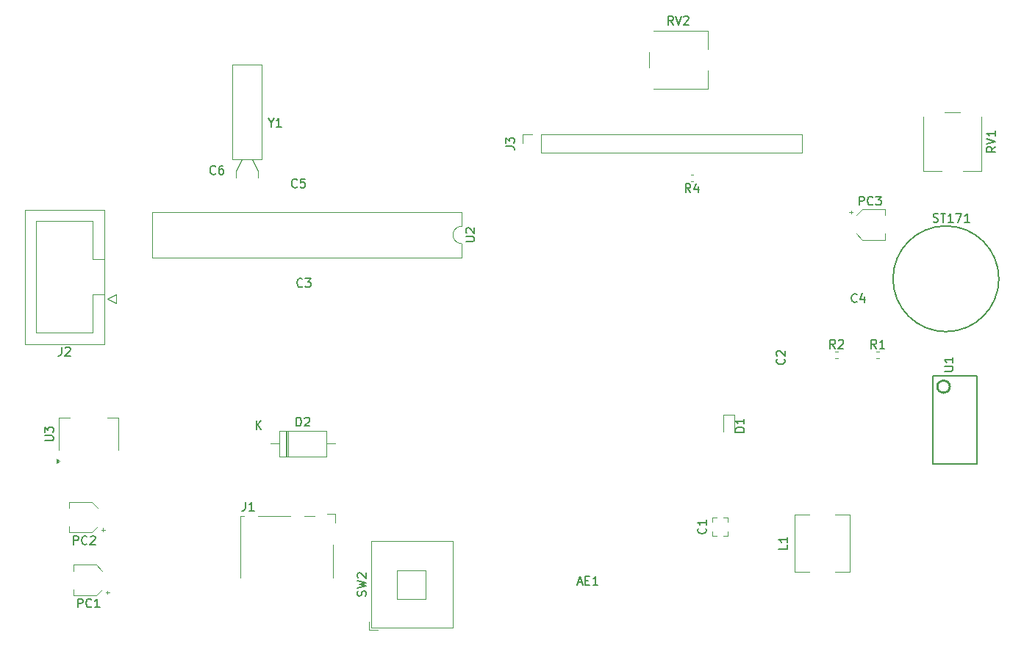
<source format=gbr>
%TF.GenerationSoftware,KiCad,Pcbnew,8.0.4*%
%TF.CreationDate,2025-05-14T15:51:55-04:00*%
%TF.ProjectId,am-receiver,616d2d72-6563-4656-9976-65722e6b6963,rev?*%
%TF.SameCoordinates,Original*%
%TF.FileFunction,Legend,Top*%
%TF.FilePolarity,Positive*%
%FSLAX46Y46*%
G04 Gerber Fmt 4.6, Leading zero omitted, Abs format (unit mm)*
G04 Created by KiCad (PCBNEW 8.0.4) date 2025-05-14 15:51:55*
%MOMM*%
%LPD*%
G01*
G04 APERTURE LIST*
%ADD10C,0.150000*%
%ADD11C,0.120000*%
%ADD12C,0.203200*%
%ADD13C,0.254000*%
%ADD14C,0.152400*%
G04 APERTURE END LIST*
D10*
X127407200Y-130833332D02*
X127454819Y-130690475D01*
X127454819Y-130690475D02*
X127454819Y-130452380D01*
X127454819Y-130452380D02*
X127407200Y-130357142D01*
X127407200Y-130357142D02*
X127359580Y-130309523D01*
X127359580Y-130309523D02*
X127264342Y-130261904D01*
X127264342Y-130261904D02*
X127169104Y-130261904D01*
X127169104Y-130261904D02*
X127073866Y-130309523D01*
X127073866Y-130309523D02*
X127026247Y-130357142D01*
X127026247Y-130357142D02*
X126978628Y-130452380D01*
X126978628Y-130452380D02*
X126931009Y-130642856D01*
X126931009Y-130642856D02*
X126883390Y-130738094D01*
X126883390Y-130738094D02*
X126835771Y-130785713D01*
X126835771Y-130785713D02*
X126740533Y-130833332D01*
X126740533Y-130833332D02*
X126645295Y-130833332D01*
X126645295Y-130833332D02*
X126550057Y-130785713D01*
X126550057Y-130785713D02*
X126502438Y-130738094D01*
X126502438Y-130738094D02*
X126454819Y-130642856D01*
X126454819Y-130642856D02*
X126454819Y-130404761D01*
X126454819Y-130404761D02*
X126502438Y-130261904D01*
X126454819Y-129928570D02*
X127454819Y-129690475D01*
X127454819Y-129690475D02*
X126740533Y-129499999D01*
X126740533Y-129499999D02*
X127454819Y-129309523D01*
X127454819Y-129309523D02*
X126454819Y-129071428D01*
X126550057Y-128738094D02*
X126502438Y-128690475D01*
X126502438Y-128690475D02*
X126454819Y-128595237D01*
X126454819Y-128595237D02*
X126454819Y-128357142D01*
X126454819Y-128357142D02*
X126502438Y-128261904D01*
X126502438Y-128261904D02*
X126550057Y-128214285D01*
X126550057Y-128214285D02*
X126645295Y-128166666D01*
X126645295Y-128166666D02*
X126740533Y-128166666D01*
X126740533Y-128166666D02*
X126883390Y-128214285D01*
X126883390Y-128214285D02*
X127454819Y-128785713D01*
X127454819Y-128785713D02*
X127454819Y-128166666D01*
X184261905Y-85754819D02*
X184261905Y-84754819D01*
X184261905Y-84754819D02*
X184642857Y-84754819D01*
X184642857Y-84754819D02*
X184738095Y-84802438D01*
X184738095Y-84802438D02*
X184785714Y-84850057D01*
X184785714Y-84850057D02*
X184833333Y-84945295D01*
X184833333Y-84945295D02*
X184833333Y-85088152D01*
X184833333Y-85088152D02*
X184785714Y-85183390D01*
X184785714Y-85183390D02*
X184738095Y-85231009D01*
X184738095Y-85231009D02*
X184642857Y-85278628D01*
X184642857Y-85278628D02*
X184261905Y-85278628D01*
X185833333Y-85659580D02*
X185785714Y-85707200D01*
X185785714Y-85707200D02*
X185642857Y-85754819D01*
X185642857Y-85754819D02*
X185547619Y-85754819D01*
X185547619Y-85754819D02*
X185404762Y-85707200D01*
X185404762Y-85707200D02*
X185309524Y-85611961D01*
X185309524Y-85611961D02*
X185261905Y-85516723D01*
X185261905Y-85516723D02*
X185214286Y-85326247D01*
X185214286Y-85326247D02*
X185214286Y-85183390D01*
X185214286Y-85183390D02*
X185261905Y-84992914D01*
X185261905Y-84992914D02*
X185309524Y-84897676D01*
X185309524Y-84897676D02*
X185404762Y-84802438D01*
X185404762Y-84802438D02*
X185547619Y-84754819D01*
X185547619Y-84754819D02*
X185642857Y-84754819D01*
X185642857Y-84754819D02*
X185785714Y-84802438D01*
X185785714Y-84802438D02*
X185833333Y-84850057D01*
X186166667Y-84754819D02*
X186785714Y-84754819D01*
X186785714Y-84754819D02*
X186452381Y-85135771D01*
X186452381Y-85135771D02*
X186595238Y-85135771D01*
X186595238Y-85135771D02*
X186690476Y-85183390D01*
X186690476Y-85183390D02*
X186738095Y-85231009D01*
X186738095Y-85231009D02*
X186785714Y-85326247D01*
X186785714Y-85326247D02*
X186785714Y-85564342D01*
X186785714Y-85564342D02*
X186738095Y-85659580D01*
X186738095Y-85659580D02*
X186690476Y-85707200D01*
X186690476Y-85707200D02*
X186595238Y-85754819D01*
X186595238Y-85754819D02*
X186309524Y-85754819D01*
X186309524Y-85754819D02*
X186214286Y-85707200D01*
X186214286Y-85707200D02*
X186166667Y-85659580D01*
X166559580Y-123016666D02*
X166607200Y-123064285D01*
X166607200Y-123064285D02*
X166654819Y-123207142D01*
X166654819Y-123207142D02*
X166654819Y-123302380D01*
X166654819Y-123302380D02*
X166607200Y-123445237D01*
X166607200Y-123445237D02*
X166511961Y-123540475D01*
X166511961Y-123540475D02*
X166416723Y-123588094D01*
X166416723Y-123588094D02*
X166226247Y-123635713D01*
X166226247Y-123635713D02*
X166083390Y-123635713D01*
X166083390Y-123635713D02*
X165892914Y-123588094D01*
X165892914Y-123588094D02*
X165797676Y-123540475D01*
X165797676Y-123540475D02*
X165702438Y-123445237D01*
X165702438Y-123445237D02*
X165654819Y-123302380D01*
X165654819Y-123302380D02*
X165654819Y-123207142D01*
X165654819Y-123207142D02*
X165702438Y-123064285D01*
X165702438Y-123064285D02*
X165750057Y-123016666D01*
X166654819Y-122064285D02*
X166654819Y-122635713D01*
X166654819Y-122349999D02*
X165654819Y-122349999D01*
X165654819Y-122349999D02*
X165797676Y-122445237D01*
X165797676Y-122445237D02*
X165892914Y-122540475D01*
X165892914Y-122540475D02*
X165940533Y-122635713D01*
X186238333Y-102284819D02*
X185905000Y-101808628D01*
X185666905Y-102284819D02*
X185666905Y-101284819D01*
X185666905Y-101284819D02*
X186047857Y-101284819D01*
X186047857Y-101284819D02*
X186143095Y-101332438D01*
X186143095Y-101332438D02*
X186190714Y-101380057D01*
X186190714Y-101380057D02*
X186238333Y-101475295D01*
X186238333Y-101475295D02*
X186238333Y-101618152D01*
X186238333Y-101618152D02*
X186190714Y-101713390D01*
X186190714Y-101713390D02*
X186143095Y-101761009D01*
X186143095Y-101761009D02*
X186047857Y-101808628D01*
X186047857Y-101808628D02*
X185666905Y-101808628D01*
X187190714Y-102284819D02*
X186619286Y-102284819D01*
X186905000Y-102284819D02*
X186905000Y-101284819D01*
X186905000Y-101284819D02*
X186809762Y-101427676D01*
X186809762Y-101427676D02*
X186714524Y-101522914D01*
X186714524Y-101522914D02*
X186619286Y-101570533D01*
X151833333Y-129269104D02*
X152309523Y-129269104D01*
X151738095Y-129554819D02*
X152071428Y-128554819D01*
X152071428Y-128554819D02*
X152404761Y-129554819D01*
X152738095Y-129031009D02*
X153071428Y-129031009D01*
X153214285Y-129554819D02*
X152738095Y-129554819D01*
X152738095Y-129554819D02*
X152738095Y-128554819D01*
X152738095Y-128554819D02*
X153214285Y-128554819D01*
X154166666Y-129554819D02*
X153595238Y-129554819D01*
X153880952Y-129554819D02*
X153880952Y-128554819D01*
X153880952Y-128554819D02*
X153785714Y-128697676D01*
X153785714Y-128697676D02*
X153690476Y-128792914D01*
X153690476Y-128792914D02*
X153595238Y-128840533D01*
X90454819Y-112911904D02*
X91264342Y-112911904D01*
X91264342Y-112911904D02*
X91359580Y-112864285D01*
X91359580Y-112864285D02*
X91407200Y-112816666D01*
X91407200Y-112816666D02*
X91454819Y-112721428D01*
X91454819Y-112721428D02*
X91454819Y-112530952D01*
X91454819Y-112530952D02*
X91407200Y-112435714D01*
X91407200Y-112435714D02*
X91359580Y-112388095D01*
X91359580Y-112388095D02*
X91264342Y-112340476D01*
X91264342Y-112340476D02*
X90454819Y-112340476D01*
X90454819Y-111959523D02*
X90454819Y-111340476D01*
X90454819Y-111340476D02*
X90835771Y-111673809D01*
X90835771Y-111673809D02*
X90835771Y-111530952D01*
X90835771Y-111530952D02*
X90883390Y-111435714D01*
X90883390Y-111435714D02*
X90931009Y-111388095D01*
X90931009Y-111388095D02*
X91026247Y-111340476D01*
X91026247Y-111340476D02*
X91264342Y-111340476D01*
X91264342Y-111340476D02*
X91359580Y-111388095D01*
X91359580Y-111388095D02*
X91407200Y-111435714D01*
X91407200Y-111435714D02*
X91454819Y-111530952D01*
X91454819Y-111530952D02*
X91454819Y-111816666D01*
X91454819Y-111816666D02*
X91407200Y-111911904D01*
X91407200Y-111911904D02*
X91359580Y-111959523D01*
X176004819Y-124916666D02*
X176004819Y-125392856D01*
X176004819Y-125392856D02*
X175004819Y-125392856D01*
X176004819Y-124059523D02*
X176004819Y-124630951D01*
X176004819Y-124345237D02*
X175004819Y-124345237D01*
X175004819Y-124345237D02*
X175147676Y-124440475D01*
X175147676Y-124440475D02*
X175242914Y-124535713D01*
X175242914Y-124535713D02*
X175290533Y-124630951D01*
X164838333Y-84274819D02*
X164505000Y-83798628D01*
X164266905Y-84274819D02*
X164266905Y-83274819D01*
X164266905Y-83274819D02*
X164647857Y-83274819D01*
X164647857Y-83274819D02*
X164743095Y-83322438D01*
X164743095Y-83322438D02*
X164790714Y-83370057D01*
X164790714Y-83370057D02*
X164838333Y-83465295D01*
X164838333Y-83465295D02*
X164838333Y-83608152D01*
X164838333Y-83608152D02*
X164790714Y-83703390D01*
X164790714Y-83703390D02*
X164743095Y-83751009D01*
X164743095Y-83751009D02*
X164647857Y-83798628D01*
X164647857Y-83798628D02*
X164266905Y-83798628D01*
X165695476Y-83608152D02*
X165695476Y-84274819D01*
X165457381Y-83227200D02*
X165219286Y-83941485D01*
X165219286Y-83941485D02*
X165838333Y-83941485D01*
X92396666Y-102134819D02*
X92396666Y-102849104D01*
X92396666Y-102849104D02*
X92349047Y-102991961D01*
X92349047Y-102991961D02*
X92253809Y-103087200D01*
X92253809Y-103087200D02*
X92110952Y-103134819D01*
X92110952Y-103134819D02*
X92015714Y-103134819D01*
X92825238Y-102230057D02*
X92872857Y-102182438D01*
X92872857Y-102182438D02*
X92968095Y-102134819D01*
X92968095Y-102134819D02*
X93206190Y-102134819D01*
X93206190Y-102134819D02*
X93301428Y-102182438D01*
X93301428Y-102182438D02*
X93349047Y-102230057D01*
X93349047Y-102230057D02*
X93396666Y-102325295D01*
X93396666Y-102325295D02*
X93396666Y-102420533D01*
X93396666Y-102420533D02*
X93349047Y-102563390D01*
X93349047Y-102563390D02*
X92777619Y-103134819D01*
X92777619Y-103134819D02*
X93396666Y-103134819D01*
X183988333Y-96869580D02*
X183940714Y-96917200D01*
X183940714Y-96917200D02*
X183797857Y-96964819D01*
X183797857Y-96964819D02*
X183702619Y-96964819D01*
X183702619Y-96964819D02*
X183559762Y-96917200D01*
X183559762Y-96917200D02*
X183464524Y-96821961D01*
X183464524Y-96821961D02*
X183416905Y-96726723D01*
X183416905Y-96726723D02*
X183369286Y-96536247D01*
X183369286Y-96536247D02*
X183369286Y-96393390D01*
X183369286Y-96393390D02*
X183416905Y-96202914D01*
X183416905Y-96202914D02*
X183464524Y-96107676D01*
X183464524Y-96107676D02*
X183559762Y-96012438D01*
X183559762Y-96012438D02*
X183702619Y-95964819D01*
X183702619Y-95964819D02*
X183797857Y-95964819D01*
X183797857Y-95964819D02*
X183940714Y-96012438D01*
X183940714Y-96012438D02*
X183988333Y-96060057D01*
X184845476Y-96298152D02*
X184845476Y-96964819D01*
X184607381Y-95917200D02*
X184369286Y-96631485D01*
X184369286Y-96631485D02*
X184988333Y-96631485D01*
X175619580Y-103511666D02*
X175667200Y-103559285D01*
X175667200Y-103559285D02*
X175714819Y-103702142D01*
X175714819Y-103702142D02*
X175714819Y-103797380D01*
X175714819Y-103797380D02*
X175667200Y-103940237D01*
X175667200Y-103940237D02*
X175571961Y-104035475D01*
X175571961Y-104035475D02*
X175476723Y-104083094D01*
X175476723Y-104083094D02*
X175286247Y-104130713D01*
X175286247Y-104130713D02*
X175143390Y-104130713D01*
X175143390Y-104130713D02*
X174952914Y-104083094D01*
X174952914Y-104083094D02*
X174857676Y-104035475D01*
X174857676Y-104035475D02*
X174762438Y-103940237D01*
X174762438Y-103940237D02*
X174714819Y-103797380D01*
X174714819Y-103797380D02*
X174714819Y-103702142D01*
X174714819Y-103702142D02*
X174762438Y-103559285D01*
X174762438Y-103559285D02*
X174810057Y-103511666D01*
X174810057Y-103130713D02*
X174762438Y-103083094D01*
X174762438Y-103083094D02*
X174714819Y-102987856D01*
X174714819Y-102987856D02*
X174714819Y-102749761D01*
X174714819Y-102749761D02*
X174762438Y-102654523D01*
X174762438Y-102654523D02*
X174810057Y-102606904D01*
X174810057Y-102606904D02*
X174905295Y-102559285D01*
X174905295Y-102559285D02*
X175000533Y-102559285D01*
X175000533Y-102559285D02*
X175143390Y-102606904D01*
X175143390Y-102606904D02*
X175714819Y-103178332D01*
X175714819Y-103178332D02*
X175714819Y-102559285D01*
X110123333Y-82119580D02*
X110075714Y-82167200D01*
X110075714Y-82167200D02*
X109932857Y-82214819D01*
X109932857Y-82214819D02*
X109837619Y-82214819D01*
X109837619Y-82214819D02*
X109694762Y-82167200D01*
X109694762Y-82167200D02*
X109599524Y-82071961D01*
X109599524Y-82071961D02*
X109551905Y-81976723D01*
X109551905Y-81976723D02*
X109504286Y-81786247D01*
X109504286Y-81786247D02*
X109504286Y-81643390D01*
X109504286Y-81643390D02*
X109551905Y-81452914D01*
X109551905Y-81452914D02*
X109599524Y-81357676D01*
X109599524Y-81357676D02*
X109694762Y-81262438D01*
X109694762Y-81262438D02*
X109837619Y-81214819D01*
X109837619Y-81214819D02*
X109932857Y-81214819D01*
X109932857Y-81214819D02*
X110075714Y-81262438D01*
X110075714Y-81262438D02*
X110123333Y-81310057D01*
X110980476Y-81214819D02*
X110790000Y-81214819D01*
X110790000Y-81214819D02*
X110694762Y-81262438D01*
X110694762Y-81262438D02*
X110647143Y-81310057D01*
X110647143Y-81310057D02*
X110551905Y-81452914D01*
X110551905Y-81452914D02*
X110504286Y-81643390D01*
X110504286Y-81643390D02*
X110504286Y-82024342D01*
X110504286Y-82024342D02*
X110551905Y-82119580D01*
X110551905Y-82119580D02*
X110599524Y-82167200D01*
X110599524Y-82167200D02*
X110694762Y-82214819D01*
X110694762Y-82214819D02*
X110885238Y-82214819D01*
X110885238Y-82214819D02*
X110980476Y-82167200D01*
X110980476Y-82167200D02*
X111028095Y-82119580D01*
X111028095Y-82119580D02*
X111075714Y-82024342D01*
X111075714Y-82024342D02*
X111075714Y-81786247D01*
X111075714Y-81786247D02*
X111028095Y-81691009D01*
X111028095Y-81691009D02*
X110980476Y-81643390D01*
X110980476Y-81643390D02*
X110885238Y-81595771D01*
X110885238Y-81595771D02*
X110694762Y-81595771D01*
X110694762Y-81595771D02*
X110599524Y-81643390D01*
X110599524Y-81643390D02*
X110551905Y-81691009D01*
X110551905Y-81691009D02*
X110504286Y-81786247D01*
X199954819Y-79020238D02*
X199478628Y-79353571D01*
X199954819Y-79591666D02*
X198954819Y-79591666D01*
X198954819Y-79591666D02*
X198954819Y-79210714D01*
X198954819Y-79210714D02*
X199002438Y-79115476D01*
X199002438Y-79115476D02*
X199050057Y-79067857D01*
X199050057Y-79067857D02*
X199145295Y-79020238D01*
X199145295Y-79020238D02*
X199288152Y-79020238D01*
X199288152Y-79020238D02*
X199383390Y-79067857D01*
X199383390Y-79067857D02*
X199431009Y-79115476D01*
X199431009Y-79115476D02*
X199478628Y-79210714D01*
X199478628Y-79210714D02*
X199478628Y-79591666D01*
X198954819Y-78734523D02*
X199954819Y-78401190D01*
X199954819Y-78401190D02*
X198954819Y-78067857D01*
X199954819Y-77210714D02*
X199954819Y-77782142D01*
X199954819Y-77496428D02*
X198954819Y-77496428D01*
X198954819Y-77496428D02*
X199097676Y-77591666D01*
X199097676Y-77591666D02*
X199192914Y-77686904D01*
X199192914Y-77686904D02*
X199240533Y-77782142D01*
X162829761Y-64954819D02*
X162496428Y-64478628D01*
X162258333Y-64954819D02*
X162258333Y-63954819D01*
X162258333Y-63954819D02*
X162639285Y-63954819D01*
X162639285Y-63954819D02*
X162734523Y-64002438D01*
X162734523Y-64002438D02*
X162782142Y-64050057D01*
X162782142Y-64050057D02*
X162829761Y-64145295D01*
X162829761Y-64145295D02*
X162829761Y-64288152D01*
X162829761Y-64288152D02*
X162782142Y-64383390D01*
X162782142Y-64383390D02*
X162734523Y-64431009D01*
X162734523Y-64431009D02*
X162639285Y-64478628D01*
X162639285Y-64478628D02*
X162258333Y-64478628D01*
X163115476Y-63954819D02*
X163448809Y-64954819D01*
X163448809Y-64954819D02*
X163782142Y-63954819D01*
X164067857Y-64050057D02*
X164115476Y-64002438D01*
X164115476Y-64002438D02*
X164210714Y-63954819D01*
X164210714Y-63954819D02*
X164448809Y-63954819D01*
X164448809Y-63954819D02*
X164544047Y-64002438D01*
X164544047Y-64002438D02*
X164591666Y-64050057D01*
X164591666Y-64050057D02*
X164639285Y-64145295D01*
X164639285Y-64145295D02*
X164639285Y-64240533D01*
X164639285Y-64240533D02*
X164591666Y-64383390D01*
X164591666Y-64383390D02*
X164020238Y-64954819D01*
X164020238Y-64954819D02*
X164639285Y-64954819D01*
X194068111Y-104903730D02*
X194878821Y-104903730D01*
X194878821Y-104903730D02*
X194974199Y-104856042D01*
X194974199Y-104856042D02*
X195021888Y-104808353D01*
X195021888Y-104808353D02*
X195069576Y-104712975D01*
X195069576Y-104712975D02*
X195069576Y-104522220D01*
X195069576Y-104522220D02*
X195021888Y-104426842D01*
X195021888Y-104426842D02*
X194974199Y-104379154D01*
X194974199Y-104379154D02*
X194878821Y-104331465D01*
X194878821Y-104331465D02*
X194068111Y-104331465D01*
X195069576Y-103330000D02*
X195069576Y-103902265D01*
X195069576Y-103616132D02*
X194068111Y-103616132D01*
X194068111Y-103616132D02*
X194211178Y-103711510D01*
X194211178Y-103711510D02*
X194306555Y-103806888D01*
X194306555Y-103806888D02*
X194354244Y-103902265D01*
X181488333Y-102284819D02*
X181155000Y-101808628D01*
X180916905Y-102284819D02*
X180916905Y-101284819D01*
X180916905Y-101284819D02*
X181297857Y-101284819D01*
X181297857Y-101284819D02*
X181393095Y-101332438D01*
X181393095Y-101332438D02*
X181440714Y-101380057D01*
X181440714Y-101380057D02*
X181488333Y-101475295D01*
X181488333Y-101475295D02*
X181488333Y-101618152D01*
X181488333Y-101618152D02*
X181440714Y-101713390D01*
X181440714Y-101713390D02*
X181393095Y-101761009D01*
X181393095Y-101761009D02*
X181297857Y-101808628D01*
X181297857Y-101808628D02*
X180916905Y-101808628D01*
X181869286Y-101380057D02*
X181916905Y-101332438D01*
X181916905Y-101332438D02*
X182012143Y-101284819D01*
X182012143Y-101284819D02*
X182250238Y-101284819D01*
X182250238Y-101284819D02*
X182345476Y-101332438D01*
X182345476Y-101332438D02*
X182393095Y-101380057D01*
X182393095Y-101380057D02*
X182440714Y-101475295D01*
X182440714Y-101475295D02*
X182440714Y-101570533D01*
X182440714Y-101570533D02*
X182393095Y-101713390D01*
X182393095Y-101713390D02*
X181821667Y-102284819D01*
X181821667Y-102284819D02*
X182440714Y-102284819D01*
X143554819Y-78983333D02*
X144269104Y-78983333D01*
X144269104Y-78983333D02*
X144411961Y-79030952D01*
X144411961Y-79030952D02*
X144507200Y-79126190D01*
X144507200Y-79126190D02*
X144554819Y-79269047D01*
X144554819Y-79269047D02*
X144554819Y-79364285D01*
X143554819Y-78602380D02*
X143554819Y-77983333D01*
X143554819Y-77983333D02*
X143935771Y-78316666D01*
X143935771Y-78316666D02*
X143935771Y-78173809D01*
X143935771Y-78173809D02*
X143983390Y-78078571D01*
X143983390Y-78078571D02*
X144031009Y-78030952D01*
X144031009Y-78030952D02*
X144126247Y-77983333D01*
X144126247Y-77983333D02*
X144364342Y-77983333D01*
X144364342Y-77983333D02*
X144459580Y-78030952D01*
X144459580Y-78030952D02*
X144507200Y-78078571D01*
X144507200Y-78078571D02*
X144554819Y-78173809D01*
X144554819Y-78173809D02*
X144554819Y-78459523D01*
X144554819Y-78459523D02*
X144507200Y-78554761D01*
X144507200Y-78554761D02*
X144459580Y-78602380D01*
X94261905Y-132154819D02*
X94261905Y-131154819D01*
X94261905Y-131154819D02*
X94642857Y-131154819D01*
X94642857Y-131154819D02*
X94738095Y-131202438D01*
X94738095Y-131202438D02*
X94785714Y-131250057D01*
X94785714Y-131250057D02*
X94833333Y-131345295D01*
X94833333Y-131345295D02*
X94833333Y-131488152D01*
X94833333Y-131488152D02*
X94785714Y-131583390D01*
X94785714Y-131583390D02*
X94738095Y-131631009D01*
X94738095Y-131631009D02*
X94642857Y-131678628D01*
X94642857Y-131678628D02*
X94261905Y-131678628D01*
X95833333Y-132059580D02*
X95785714Y-132107200D01*
X95785714Y-132107200D02*
X95642857Y-132154819D01*
X95642857Y-132154819D02*
X95547619Y-132154819D01*
X95547619Y-132154819D02*
X95404762Y-132107200D01*
X95404762Y-132107200D02*
X95309524Y-132011961D01*
X95309524Y-132011961D02*
X95261905Y-131916723D01*
X95261905Y-131916723D02*
X95214286Y-131726247D01*
X95214286Y-131726247D02*
X95214286Y-131583390D01*
X95214286Y-131583390D02*
X95261905Y-131392914D01*
X95261905Y-131392914D02*
X95309524Y-131297676D01*
X95309524Y-131297676D02*
X95404762Y-131202438D01*
X95404762Y-131202438D02*
X95547619Y-131154819D01*
X95547619Y-131154819D02*
X95642857Y-131154819D01*
X95642857Y-131154819D02*
X95785714Y-131202438D01*
X95785714Y-131202438D02*
X95833333Y-131250057D01*
X96785714Y-132154819D02*
X96214286Y-132154819D01*
X96500000Y-132154819D02*
X96500000Y-131154819D01*
X96500000Y-131154819D02*
X96404762Y-131297676D01*
X96404762Y-131297676D02*
X96309524Y-131392914D01*
X96309524Y-131392914D02*
X96214286Y-131440533D01*
X171004819Y-111938094D02*
X170004819Y-111938094D01*
X170004819Y-111938094D02*
X170004819Y-111699999D01*
X170004819Y-111699999D02*
X170052438Y-111557142D01*
X170052438Y-111557142D02*
X170147676Y-111461904D01*
X170147676Y-111461904D02*
X170242914Y-111414285D01*
X170242914Y-111414285D02*
X170433390Y-111366666D01*
X170433390Y-111366666D02*
X170576247Y-111366666D01*
X170576247Y-111366666D02*
X170766723Y-111414285D01*
X170766723Y-111414285D02*
X170861961Y-111461904D01*
X170861961Y-111461904D02*
X170957200Y-111557142D01*
X170957200Y-111557142D02*
X171004819Y-111699999D01*
X171004819Y-111699999D02*
X171004819Y-111938094D01*
X171004819Y-110414285D02*
X171004819Y-110985713D01*
X171004819Y-110699999D02*
X170004819Y-110699999D01*
X170004819Y-110699999D02*
X170147676Y-110795237D01*
X170147676Y-110795237D02*
X170242914Y-110890475D01*
X170242914Y-110890475D02*
X170290533Y-110985713D01*
X119526458Y-83643913D02*
X119478839Y-83691533D01*
X119478839Y-83691533D02*
X119335982Y-83739152D01*
X119335982Y-83739152D02*
X119240744Y-83739152D01*
X119240744Y-83739152D02*
X119097887Y-83691533D01*
X119097887Y-83691533D02*
X119002649Y-83596294D01*
X119002649Y-83596294D02*
X118955030Y-83501056D01*
X118955030Y-83501056D02*
X118907411Y-83310580D01*
X118907411Y-83310580D02*
X118907411Y-83167723D01*
X118907411Y-83167723D02*
X118955030Y-82977247D01*
X118955030Y-82977247D02*
X119002649Y-82882009D01*
X119002649Y-82882009D02*
X119097887Y-82786771D01*
X119097887Y-82786771D02*
X119240744Y-82739152D01*
X119240744Y-82739152D02*
X119335982Y-82739152D01*
X119335982Y-82739152D02*
X119478839Y-82786771D01*
X119478839Y-82786771D02*
X119526458Y-82834390D01*
X120431220Y-82739152D02*
X119955030Y-82739152D01*
X119955030Y-82739152D02*
X119907411Y-83215342D01*
X119907411Y-83215342D02*
X119955030Y-83167723D01*
X119955030Y-83167723D02*
X120050268Y-83120104D01*
X120050268Y-83120104D02*
X120288363Y-83120104D01*
X120288363Y-83120104D02*
X120383601Y-83167723D01*
X120383601Y-83167723D02*
X120431220Y-83215342D01*
X120431220Y-83215342D02*
X120478839Y-83310580D01*
X120478839Y-83310580D02*
X120478839Y-83548675D01*
X120478839Y-83548675D02*
X120431220Y-83643913D01*
X120431220Y-83643913D02*
X120383601Y-83691533D01*
X120383601Y-83691533D02*
X120288363Y-83739152D01*
X120288363Y-83739152D02*
X120050268Y-83739152D01*
X120050268Y-83739152D02*
X119955030Y-83691533D01*
X119955030Y-83691533D02*
X119907411Y-83643913D01*
X192789762Y-87672200D02*
X192932619Y-87719819D01*
X192932619Y-87719819D02*
X193170714Y-87719819D01*
X193170714Y-87719819D02*
X193265952Y-87672200D01*
X193265952Y-87672200D02*
X193313571Y-87624580D01*
X193313571Y-87624580D02*
X193361190Y-87529342D01*
X193361190Y-87529342D02*
X193361190Y-87434104D01*
X193361190Y-87434104D02*
X193313571Y-87338866D01*
X193313571Y-87338866D02*
X193265952Y-87291247D01*
X193265952Y-87291247D02*
X193170714Y-87243628D01*
X193170714Y-87243628D02*
X192980238Y-87196009D01*
X192980238Y-87196009D02*
X192885000Y-87148390D01*
X192885000Y-87148390D02*
X192837381Y-87100771D01*
X192837381Y-87100771D02*
X192789762Y-87005533D01*
X192789762Y-87005533D02*
X192789762Y-86910295D01*
X192789762Y-86910295D02*
X192837381Y-86815057D01*
X192837381Y-86815057D02*
X192885000Y-86767438D01*
X192885000Y-86767438D02*
X192980238Y-86719819D01*
X192980238Y-86719819D02*
X193218333Y-86719819D01*
X193218333Y-86719819D02*
X193361190Y-86767438D01*
X193646905Y-86719819D02*
X194218333Y-86719819D01*
X193932619Y-87719819D02*
X193932619Y-86719819D01*
X195075476Y-87719819D02*
X194504048Y-87719819D01*
X194789762Y-87719819D02*
X194789762Y-86719819D01*
X194789762Y-86719819D02*
X194694524Y-86862676D01*
X194694524Y-86862676D02*
X194599286Y-86957914D01*
X194599286Y-86957914D02*
X194504048Y-87005533D01*
X195408810Y-86719819D02*
X196075476Y-86719819D01*
X196075476Y-86719819D02*
X195646905Y-87719819D01*
X196980238Y-87719819D02*
X196408810Y-87719819D01*
X196694524Y-87719819D02*
X196694524Y-86719819D01*
X196694524Y-86719819D02*
X196599286Y-86862676D01*
X196599286Y-86862676D02*
X196504048Y-86957914D01*
X196504048Y-86957914D02*
X196408810Y-87005533D01*
X116523809Y-76228628D02*
X116523809Y-76704819D01*
X116190476Y-75704819D02*
X116523809Y-76228628D01*
X116523809Y-76228628D02*
X116857142Y-75704819D01*
X117714285Y-76704819D02*
X117142857Y-76704819D01*
X117428571Y-76704819D02*
X117428571Y-75704819D01*
X117428571Y-75704819D02*
X117333333Y-75847676D01*
X117333333Y-75847676D02*
X117238095Y-75942914D01*
X117238095Y-75942914D02*
X117142857Y-75990533D01*
X138944819Y-89951904D02*
X139754342Y-89951904D01*
X139754342Y-89951904D02*
X139849580Y-89904285D01*
X139849580Y-89904285D02*
X139897200Y-89856666D01*
X139897200Y-89856666D02*
X139944819Y-89761428D01*
X139944819Y-89761428D02*
X139944819Y-89570952D01*
X139944819Y-89570952D02*
X139897200Y-89475714D01*
X139897200Y-89475714D02*
X139849580Y-89428095D01*
X139849580Y-89428095D02*
X139754342Y-89380476D01*
X139754342Y-89380476D02*
X138944819Y-89380476D01*
X139040057Y-88951904D02*
X138992438Y-88904285D01*
X138992438Y-88904285D02*
X138944819Y-88809047D01*
X138944819Y-88809047D02*
X138944819Y-88570952D01*
X138944819Y-88570952D02*
X138992438Y-88475714D01*
X138992438Y-88475714D02*
X139040057Y-88428095D01*
X139040057Y-88428095D02*
X139135295Y-88380476D01*
X139135295Y-88380476D02*
X139230533Y-88380476D01*
X139230533Y-88380476D02*
X139373390Y-88428095D01*
X139373390Y-88428095D02*
X139944819Y-88999523D01*
X139944819Y-88999523D02*
X139944819Y-88380476D01*
X93761905Y-124904819D02*
X93761905Y-123904819D01*
X93761905Y-123904819D02*
X94142857Y-123904819D01*
X94142857Y-123904819D02*
X94238095Y-123952438D01*
X94238095Y-123952438D02*
X94285714Y-124000057D01*
X94285714Y-124000057D02*
X94333333Y-124095295D01*
X94333333Y-124095295D02*
X94333333Y-124238152D01*
X94333333Y-124238152D02*
X94285714Y-124333390D01*
X94285714Y-124333390D02*
X94238095Y-124381009D01*
X94238095Y-124381009D02*
X94142857Y-124428628D01*
X94142857Y-124428628D02*
X93761905Y-124428628D01*
X95333333Y-124809580D02*
X95285714Y-124857200D01*
X95285714Y-124857200D02*
X95142857Y-124904819D01*
X95142857Y-124904819D02*
X95047619Y-124904819D01*
X95047619Y-124904819D02*
X94904762Y-124857200D01*
X94904762Y-124857200D02*
X94809524Y-124761961D01*
X94809524Y-124761961D02*
X94761905Y-124666723D01*
X94761905Y-124666723D02*
X94714286Y-124476247D01*
X94714286Y-124476247D02*
X94714286Y-124333390D01*
X94714286Y-124333390D02*
X94761905Y-124142914D01*
X94761905Y-124142914D02*
X94809524Y-124047676D01*
X94809524Y-124047676D02*
X94904762Y-123952438D01*
X94904762Y-123952438D02*
X95047619Y-123904819D01*
X95047619Y-123904819D02*
X95142857Y-123904819D01*
X95142857Y-123904819D02*
X95285714Y-123952438D01*
X95285714Y-123952438D02*
X95333333Y-124000057D01*
X95714286Y-124000057D02*
X95761905Y-123952438D01*
X95761905Y-123952438D02*
X95857143Y-123904819D01*
X95857143Y-123904819D02*
X96095238Y-123904819D01*
X96095238Y-123904819D02*
X96190476Y-123952438D01*
X96190476Y-123952438D02*
X96238095Y-124000057D01*
X96238095Y-124000057D02*
X96285714Y-124095295D01*
X96285714Y-124095295D02*
X96285714Y-124190533D01*
X96285714Y-124190533D02*
X96238095Y-124333390D01*
X96238095Y-124333390D02*
X95666667Y-124904819D01*
X95666667Y-124904819D02*
X96285714Y-124904819D01*
X119431905Y-111234819D02*
X119431905Y-110234819D01*
X119431905Y-110234819D02*
X119670000Y-110234819D01*
X119670000Y-110234819D02*
X119812857Y-110282438D01*
X119812857Y-110282438D02*
X119908095Y-110377676D01*
X119908095Y-110377676D02*
X119955714Y-110472914D01*
X119955714Y-110472914D02*
X120003333Y-110663390D01*
X120003333Y-110663390D02*
X120003333Y-110806247D01*
X120003333Y-110806247D02*
X119955714Y-110996723D01*
X119955714Y-110996723D02*
X119908095Y-111091961D01*
X119908095Y-111091961D02*
X119812857Y-111187200D01*
X119812857Y-111187200D02*
X119670000Y-111234819D01*
X119670000Y-111234819D02*
X119431905Y-111234819D01*
X120384286Y-110330057D02*
X120431905Y-110282438D01*
X120431905Y-110282438D02*
X120527143Y-110234819D01*
X120527143Y-110234819D02*
X120765238Y-110234819D01*
X120765238Y-110234819D02*
X120860476Y-110282438D01*
X120860476Y-110282438D02*
X120908095Y-110330057D01*
X120908095Y-110330057D02*
X120955714Y-110425295D01*
X120955714Y-110425295D02*
X120955714Y-110520533D01*
X120955714Y-110520533D02*
X120908095Y-110663390D01*
X120908095Y-110663390D02*
X120336667Y-111234819D01*
X120336667Y-111234819D02*
X120955714Y-111234819D01*
X114828095Y-111604819D02*
X114828095Y-110604819D01*
X115399523Y-111604819D02*
X114970952Y-111033390D01*
X115399523Y-110604819D02*
X114828095Y-111176247D01*
X113572493Y-120004819D02*
X113572493Y-120719104D01*
X113572493Y-120719104D02*
X113524874Y-120861961D01*
X113524874Y-120861961D02*
X113429636Y-120957200D01*
X113429636Y-120957200D02*
X113286779Y-121004819D01*
X113286779Y-121004819D02*
X113191541Y-121004819D01*
X114572493Y-121004819D02*
X114001065Y-121004819D01*
X114286779Y-121004819D02*
X114286779Y-120004819D01*
X114286779Y-120004819D02*
X114191541Y-120147676D01*
X114191541Y-120147676D02*
X114096303Y-120242914D01*
X114096303Y-120242914D02*
X114001065Y-120290533D01*
X120123333Y-95119580D02*
X120075714Y-95167200D01*
X120075714Y-95167200D02*
X119932857Y-95214819D01*
X119932857Y-95214819D02*
X119837619Y-95214819D01*
X119837619Y-95214819D02*
X119694762Y-95167200D01*
X119694762Y-95167200D02*
X119599524Y-95071961D01*
X119599524Y-95071961D02*
X119551905Y-94976723D01*
X119551905Y-94976723D02*
X119504286Y-94786247D01*
X119504286Y-94786247D02*
X119504286Y-94643390D01*
X119504286Y-94643390D02*
X119551905Y-94452914D01*
X119551905Y-94452914D02*
X119599524Y-94357676D01*
X119599524Y-94357676D02*
X119694762Y-94262438D01*
X119694762Y-94262438D02*
X119837619Y-94214819D01*
X119837619Y-94214819D02*
X119932857Y-94214819D01*
X119932857Y-94214819D02*
X120075714Y-94262438D01*
X120075714Y-94262438D02*
X120123333Y-94310057D01*
X120456667Y-94214819D02*
X121075714Y-94214819D01*
X121075714Y-94214819D02*
X120742381Y-94595771D01*
X120742381Y-94595771D02*
X120885238Y-94595771D01*
X120885238Y-94595771D02*
X120980476Y-94643390D01*
X120980476Y-94643390D02*
X121028095Y-94691009D01*
X121028095Y-94691009D02*
X121075714Y-94786247D01*
X121075714Y-94786247D02*
X121075714Y-95024342D01*
X121075714Y-95024342D02*
X121028095Y-95119580D01*
X121028095Y-95119580D02*
X120980476Y-95167200D01*
X120980476Y-95167200D02*
X120885238Y-95214819D01*
X120885238Y-95214819D02*
X120599524Y-95214819D01*
X120599524Y-95214819D02*
X120504286Y-95167200D01*
X120504286Y-95167200D02*
X120456667Y-95119580D01*
D11*
%TO.C,SW2*%
X127780000Y-133770000D02*
X127780000Y-134770000D01*
X128030000Y-124480000D02*
X128030000Y-134520000D01*
X128780000Y-134770000D02*
X127780000Y-134770000D01*
X131050000Y-127900000D02*
X131050000Y-131200000D01*
X131050000Y-127900000D02*
X134350000Y-127900000D01*
X131050000Y-131200000D02*
X134350000Y-131200000D01*
X134350000Y-127900000D02*
X134350000Y-131200000D01*
X137470000Y-124480000D02*
X128030000Y-124480000D01*
X137470000Y-124480000D02*
X137470000Y-134520000D01*
X137470000Y-134520000D02*
X128030000Y-134520000D01*
%TO.C,PC3*%
X183125000Y-86565000D02*
X183500000Y-86565000D01*
X183312500Y-86377500D02*
X183312500Y-86752500D01*
X183929437Y-86940000D02*
X184629437Y-86240000D01*
X183929437Y-89060000D02*
X184629437Y-89760000D01*
X184629437Y-86240000D02*
X187260000Y-86240000D01*
X184629437Y-89760000D02*
X187260000Y-89760000D01*
X187260000Y-86240000D02*
X187260000Y-86940000D01*
X187260000Y-89760000D02*
X187260000Y-89060000D01*
%TO.C,C1*%
X167350000Y-121800000D02*
X167350000Y-122300000D01*
X167350000Y-121800000D02*
X167850000Y-121800000D01*
X167350000Y-123900000D02*
X167350000Y-123400000D01*
X167350000Y-123900000D02*
X167850000Y-123900000D01*
X169150000Y-121800000D02*
X168650000Y-121800000D01*
X169150000Y-121800000D02*
X169150000Y-122300000D01*
X169150000Y-123900000D02*
X168650000Y-123900000D01*
X169150000Y-123900000D02*
X169150000Y-123400000D01*
%TO.C,R1*%
X186251359Y-102620000D02*
X186558641Y-102620000D01*
X186251359Y-103380000D02*
X186558641Y-103380000D01*
%TO.C,U3*%
X92090000Y-110240000D02*
X93350000Y-110240000D01*
X92090000Y-114000000D02*
X92090000Y-110240000D01*
X98910000Y-110240000D02*
X97650000Y-110240000D01*
X98910000Y-114000000D02*
X98910000Y-110240000D01*
X92190000Y-115280000D02*
X91860000Y-115520000D01*
X91860000Y-115040000D01*
X92190000Y-115280000D01*
G36*
X92190000Y-115280000D02*
G01*
X91860000Y-115520000D01*
X91860000Y-115040000D01*
X92190000Y-115280000D01*
G37*
%TO.C,L1*%
X176800000Y-121450000D02*
X178500000Y-121450000D01*
X176800000Y-128050000D02*
X176800000Y-121450000D01*
X178500000Y-128050000D02*
X176800000Y-128050000D01*
X181500000Y-121450000D02*
X183200000Y-121450000D01*
X183200000Y-121450000D02*
X183200000Y-128050000D01*
X183200000Y-128050000D02*
X181500000Y-128050000D01*
%TO.C,R4*%
X165158641Y-82270000D02*
X164851359Y-82270000D01*
X165158641Y-83030000D02*
X164851359Y-83030000D01*
%TO.C,J2*%
X88170000Y-86290000D02*
X97290000Y-86290000D01*
X88170000Y-101790000D02*
X88170000Y-86290000D01*
X89480000Y-87590000D02*
X95980000Y-87590000D01*
X89480000Y-100490000D02*
X89480000Y-87590000D01*
X95980000Y-87590000D02*
X95980000Y-91990000D01*
X95980000Y-91990000D02*
X95980000Y-91990000D01*
X95980000Y-91990000D02*
X97290000Y-91990000D01*
X95980000Y-96090000D02*
X95980000Y-100490000D01*
X95980000Y-100490000D02*
X89480000Y-100490000D01*
X97290000Y-86290000D02*
X97290000Y-101790000D01*
X97290000Y-96090000D02*
X95980000Y-96090000D01*
X97290000Y-101790000D02*
X88170000Y-101790000D01*
X97680000Y-96580000D02*
X98680000Y-97080000D01*
X98680000Y-96080000D02*
X97680000Y-96580000D01*
X98680000Y-97080000D02*
X98680000Y-96080000D01*
%TO.C,RV1*%
X191630000Y-75591000D02*
X191630000Y-81795000D01*
X193760000Y-81795000D02*
X191630000Y-81795000D01*
X195909000Y-75055000D02*
X194090000Y-75055000D01*
X198371000Y-75591000D02*
X198371000Y-81795000D01*
X198371000Y-81795000D02*
X196240000Y-81795000D01*
%TO.C,RV2*%
X160055000Y-68091000D02*
X160055000Y-69910000D01*
X160591000Y-65629000D02*
X166795000Y-65629000D01*
X160591000Y-72370000D02*
X166795000Y-72370000D01*
X166795000Y-65629000D02*
X166795000Y-67760000D01*
X166795000Y-70240000D02*
X166795000Y-72370000D01*
D12*
%TO.C,U1*%
X192710000Y-105420000D02*
X192710000Y-115580000D01*
X192710000Y-105420000D02*
X193726000Y-105420000D01*
X193726000Y-105420000D02*
X194234000Y-105420000D01*
X197790000Y-105420000D02*
X193726000Y-105420000D01*
X197790000Y-105420000D02*
X197790000Y-115580000D01*
X197790000Y-115580000D02*
X192710000Y-115580000D01*
D13*
X194698400Y-106690000D02*
G75*
G02*
X193261600Y-106690000I-718400J0D01*
G01*
X193261600Y-106690000D02*
G75*
G02*
X194698400Y-106690000I718400J0D01*
G01*
D11*
%TO.C,R2*%
X181501359Y-102620000D02*
X181808641Y-102620000D01*
X181501359Y-103380000D02*
X181808641Y-103380000D01*
%TO.C,J3*%
X145540000Y-77590000D02*
X146600000Y-77590000D01*
X145540000Y-78650000D02*
X145540000Y-77590000D01*
X147600000Y-77590000D02*
X177660000Y-77590000D01*
X147600000Y-79710000D02*
X147600000Y-77590000D01*
X147600000Y-79710000D02*
X177660000Y-79710000D01*
X177660000Y-79710000D02*
X177660000Y-77590000D01*
%TO.C,PC1*%
X93740000Y-127240000D02*
X93740000Y-127940000D01*
X93740000Y-130760000D02*
X93740000Y-130060000D01*
X96370563Y-127240000D02*
X93740000Y-127240000D01*
X96370563Y-130760000D02*
X93740000Y-130760000D01*
X97070563Y-127940000D02*
X96370563Y-127240000D01*
X97070563Y-130060000D02*
X96370563Y-130760000D01*
X97687500Y-130622500D02*
X97687500Y-130247500D01*
X97875000Y-130435000D02*
X97500000Y-130435000D01*
%TO.C,D1*%
X168650000Y-111900000D02*
X168650000Y-109940000D01*
X169850000Y-109940000D02*
X168650000Y-109940000D01*
X169850000Y-111900000D02*
X169850000Y-109940000D01*
D14*
%TO.C,ST171*%
X200346000Y-94250000D02*
G75*
G02*
X188154000Y-94250000I-6096000J0D01*
G01*
X188154000Y-94250000D02*
G75*
G02*
X200346000Y-94250000I6096000J0D01*
G01*
D11*
%TO.C,Y1*%
X112030000Y-69550000D02*
X112030000Y-80450000D01*
X112030000Y-80450000D02*
X115430000Y-80450000D01*
X112460000Y-81850000D02*
X112460000Y-82550000D01*
X113130000Y-80450000D02*
X112460000Y-81850000D01*
X114330000Y-80450000D02*
X115000000Y-81850000D01*
X115000000Y-81850000D02*
X115000000Y-82550000D01*
X115430000Y-69550000D02*
X112030000Y-69550000D01*
X115430000Y-80450000D02*
X115430000Y-69550000D01*
%TO.C,U2*%
X102810000Y-86540000D02*
X102810000Y-91840000D01*
X102810000Y-91840000D02*
X138490000Y-91840000D01*
X138490000Y-86540000D02*
X102810000Y-86540000D01*
X138490000Y-88190000D02*
X138490000Y-86540000D01*
X138490000Y-91840000D02*
X138490000Y-90190000D01*
X138490000Y-90190000D02*
G75*
G02*
X138490000Y-88190000I0J1000000D01*
G01*
%TO.C,PC2*%
X93240000Y-119990000D02*
X93240000Y-120690000D01*
X93240000Y-123510000D02*
X93240000Y-122810000D01*
X95870563Y-119990000D02*
X93240000Y-119990000D01*
X95870563Y-123510000D02*
X93240000Y-123510000D01*
X96570563Y-120690000D02*
X95870563Y-119990000D01*
X96570563Y-122810000D02*
X95870563Y-123510000D01*
X97187500Y-123372500D02*
X97187500Y-122997500D01*
X97375000Y-123185000D02*
X97000000Y-123185000D01*
%TO.C,D2*%
X116430000Y-113250000D02*
X117450000Y-113250000D01*
X117450000Y-111780000D02*
X117450000Y-114720000D01*
X117450000Y-114720000D02*
X122890000Y-114720000D01*
X118230000Y-111780000D02*
X118230000Y-114720000D01*
X118350000Y-111780000D02*
X118350000Y-114720000D01*
X118470000Y-111780000D02*
X118470000Y-114720000D01*
X122890000Y-111780000D02*
X117450000Y-111780000D01*
X122890000Y-114720000D02*
X122890000Y-111780000D01*
X123910000Y-113250000D02*
X122890000Y-113250000D01*
%TO.C,J1*%
X112950000Y-128750000D02*
X112950000Y-121650000D01*
X113450000Y-121650000D02*
X112950000Y-121650000D01*
X118750000Y-121650000D02*
X115050000Y-121650000D01*
X121550000Y-121650000D02*
X120350000Y-121650000D01*
X123650000Y-128750000D02*
X123650000Y-124950000D01*
X123950000Y-121350000D02*
X122950000Y-121350000D01*
X123950000Y-121350000D02*
X123950000Y-122350000D01*
%TD*%
M02*

</source>
